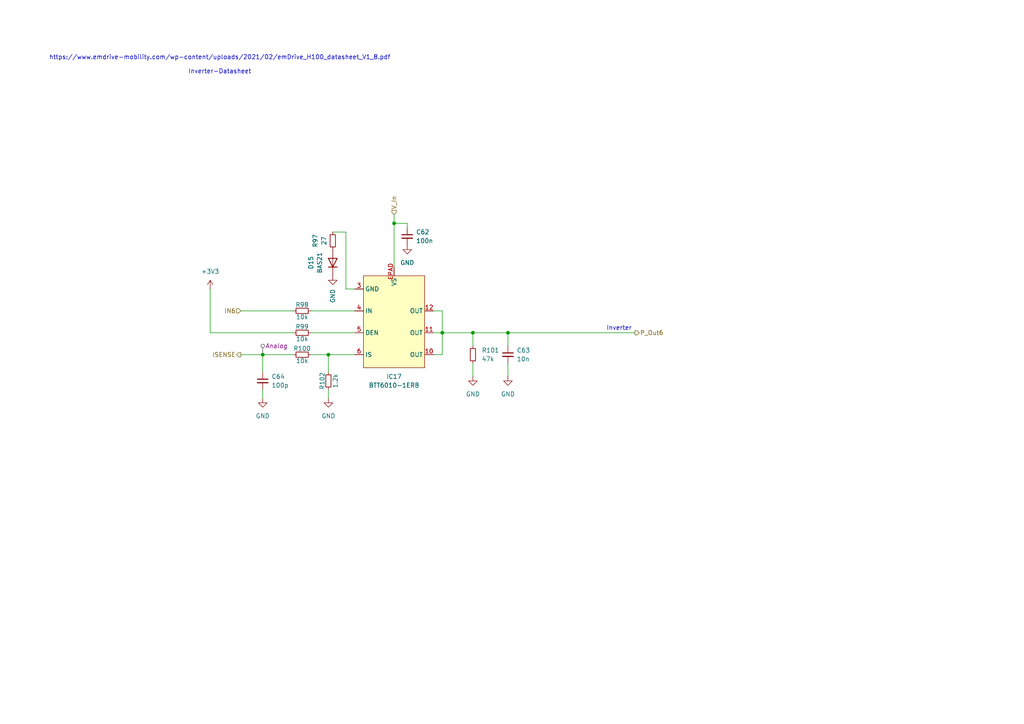
<source format=kicad_sch>
(kicad_sch (version 20231120) (generator "eeschema") (generator_version "8.0")
  (paper "A4")
  (title_block (title "PDU FT25") (date "2024-11-18") (rev "V1.0") (company "Janek Herm") (comment 1 "FaSTTUBe Electronics"))
  (lib_symbols
    (symbol "Device:C_Small" (pin_numbers hide) (pin_names (offset 0.254) hide)
      (property "Reference" "C" (at 0.254 1.778 0))
      (property "Value" "C_Small" (at 0.254 -2.032 0))
      (symbol "C_Small_0_1"
        (polyline (pts (xy -1.524 -0.508) (xy 1.524 -0.508)) (stroke (width 0.3302)))
        (polyline (pts (xy -1.524 0.508) (xy 1.524 0.508)) (stroke (width 0.3048)))
      )
      (symbol "C_Small_1_1"
        (pin passive line (at 0 2.54 270) (length 2.032) (name "~") (number "1"))
        (pin passive line (at 0 -2.54 90) (length 2.032) (name "~") (number "2"))
      )
    )
    (symbol "Device:R_Small" (pin_numbers hide) (pin_names (offset 0.254) hide)
      (property "Reference" "R" (at 0.762 0.508 0))
      (property "Value" "R_Small" (at 0.762 -1.016 0))
      (symbol "R_Small_0_1"
        (rectangle (start -0.762 1.778) (end 0.762 -1.778) (stroke (width 0.2032)))
      )
      (symbol "R_Small_1_1"
        (pin passive line (at 0 2.54 270) (length 0.762) (name "~") (number "1"))
        (pin passive line (at 0 -2.54 90) (length 0.762) (name "~") (number "2"))
      )
    )
    (symbol "Diode:BAS21" (pin_numbers hide) (pin_names hide)
      (property "Reference" "D" (at 0 2.54 0))
      (property "Value" "BAS21" (at 0 -2.54 0))
      (symbol "BAS21_0_1"
        (polyline (pts (xy -1.27 1.27) (xy -1.27 -1.27)) (stroke (width 0.254)))
        (polyline (pts (xy 1.27 0) (xy -1.27 0)))
        (polyline (pts (xy 1.27 1.27) (xy 1.27 -1.27) (xy -1.27 0) (xy 1.27 1.27)) (stroke (width 0.254)))
      )
      (symbol "BAS21_1_1"
        (pin passive line (at 3.81 0 180) (length 2.54) (name "A") (number "1"))
        (pin no_connect line (at -1.27 0 0) (length 2.54) hide (name "NC") (number "2"))
        (pin passive line (at -3.81 0 0) (length 2.54) (name "K") (number "3"))
      )
    )
    (symbol "FaSTTUBe_Power-Switches:BTT6010-1ERB"
      (property "Reference" "IC" (at 0.254 -28.956 0))
      (property "Value" "BTT6010-1ERB" (at 0.508 -30.734 0))
      (symbol "BTT6010-1ERB_1_1"
        (rectangle (start -8.89 -1.27) (end 8.89 -27.94) (fill (type background)))
        (pin passive line (at 11.43 -24.13 180) (length 2.54) (name "OUT") (number "10"))
        (pin passive line (at 11.43 -17.78 180) (length 2.54) (name "OUT") (number "11"))
        (pin power_out line (at 11.43 -11.43 180) (length 2.54) (name "OUT") (number "12"))
        (pin output line (at -11.43 -5.08 0) (length 2.54) (name "GND") (number "3"))
        (pin input line (at -11.43 -11.43 0) (length 2.54) (name "IN") (number "4"))
        (pin input line (at -11.43 -17.78 0) (length 2.54) (name "DEN") (number "5"))
        (pin output line (at -11.43 -24.13 0) (length 2.54) (name "IS") (number "6"))
        (pin input line (at 0 1.27 270) (length 2.54) (name "VS") (number "EPAD"))
      )
    )
    (symbol "power:+3.3V" (power) (pin_numbers hide) (pin_names (offset 0) hide)
      (property "Value" "+3.3V" (at 0 3.556 0))
      (symbol "+3.3V_0_1"
        (polyline (pts (xy -0.762 1.27) (xy 0 2.54)))
        (polyline (pts (xy 0 0) (xy 0 2.54)))
        (polyline (pts (xy 0 2.54) (xy 0.762 1.27)))
      )
      (symbol "+3.3V_1_1"
        (pin power_in line (at 0 0 90) (length 0) (name "~") (number "1"))
      )
    )
    (symbol "power:GND" (power) (pin_numbers hide) (pin_names (offset 0) hide)
      (property "Value" "GND" (at 0 -3.81 0))
      (symbol "GND_0_1"
        (polyline (pts (xy 0 0) (xy 0 -1.27) (xy 1.27 -1.27) (xy 0 -2.54) (xy -1.27 -1.27) (xy 0 -1.27)))
      )
      (symbol "GND_1_1"
        (pin power_in line (at 0 0 270) (length 0) (name "~") (number "1"))
      )
    )
  )
  (junction (at 147.32 96.52))
  (junction (at 76.2 102.87))
  (junction (at 137.16 96.52))
  (junction (at 128.27 96.52))
  (junction (at 95.25 102.87))
  (junction (at 114.3 64.77))
  (wire (pts (xy 90.17 96.52) (xy 102.87 96.52)))
  (wire (pts (xy 76.2 102.87) (xy 76.2 107.95)))
  (wire (pts (xy 128.27 96.52) (xy 137.16 96.52)))
  (wire (pts (xy 95.25 102.87) (xy 95.25 107.95)))
  (wire (pts (xy 60.96 96.52) (xy 85.09 96.52)))
  (wire (pts (xy 90.17 90.17) (xy 102.87 90.17)))
  (wire (pts (xy 90.17 102.87) (xy 95.25 102.87)))
  (wire (pts (xy 147.32 105.41) (xy 147.32 109.22)))
  (wire (pts (xy 137.16 105.41) (xy 137.16 109.22)))
  (wire (pts (xy 95.25 113.03) (xy 95.25 115.57)))
  (wire (pts (xy 100.33 67.31) (xy 96.52 67.31)))
  (wire (pts (xy 69.85 90.17) (xy 85.09 90.17)))
  (wire (pts (xy 114.3 64.77) (xy 114.3 77.47)))
  (wire (pts (xy 114.3 62.23) (xy 114.3 64.77)))
  (wire (pts (xy 125.73 102.87) (xy 128.27 102.87)))
  (wire (pts (xy 137.16 96.52) (xy 137.16 100.33)))
  (wire (pts (xy 76.2 113.03) (xy 76.2 115.57)))
  (wire (pts (xy 137.16 96.52) (xy 147.32 96.52)))
  (wire (pts (xy 128.27 102.87) (xy 128.27 96.52)))
  (wire (pts (xy 125.73 90.17) (xy 128.27 90.17)))
  (wire (pts (xy 128.27 90.17) (xy 128.27 96.52)))
  (wire (pts (xy 60.96 96.52) (xy 60.96 83.82)))
  (wire (pts (xy 100.33 83.82) (xy 102.87 83.82)))
  (wire (pts (xy 69.85 102.87) (xy 76.2 102.87)))
  (wire (pts (xy 118.11 64.77) (xy 118.11 66.04)))
  (wire (pts (xy 76.2 102.87) (xy 85.09 102.87)))
  (wire (pts (xy 125.73 96.52) (xy 128.27 96.52)))
  (wire (pts (xy 118.11 64.77) (xy 114.3 64.77)))
  (wire (pts (xy 100.33 67.31) (xy 100.33 83.82)))
  (wire (pts (xy 147.32 96.52) (xy 184.15 96.52)))
  (wire (pts (xy 147.32 96.52) (xy 147.32 100.33)))
  (wire (pts (xy 95.25 102.87) (xy 102.87 102.87)))
  (text "https://www.emdrive-mobility.com/wp-content/uploads/2021/02/emDrive_H100_datasheet_V1_8.pdf\n\nInverter-Datasheet" (at 63.754 18.796 0) (effects (font (size 1.27 1.27))))
  (text "Inverter" (at 179.578 95.25 0) (effects (font (size 1.27 1.27))))
  (hierarchical_label "ISENSE" (shape output) (at 69.85 102.87 180))
  (hierarchical_label "V_In" (shape input) (at 114.3 62.23 90))
  (hierarchical_label "IN6" (shape input) (at 69.85 90.17 180))
  (hierarchical_label "P_Out6" (shape output) (at 184.15 96.52 0))
  (netclass_flag "" (length 2.54) (shape round) (at 76.2 102.87 0) (property "Netclass" "Analog" (at 76.8985 100.33 0) (effects (font (italic yes)) (justify left))))
  (symbol (lib_id "power:GND") (at 76.2 115.57 0) (unit 1)
    (property "Reference" "#PWR0137" (effects (hide yes)))
    (property "Value" "GND" (at 76.2 120.65 0))
    (property "Description" "Power symbol creates a global label with name \"GND\" , ground" (effects (hide yes)))
  )
  (symbol (lib_id "Device:C_Small") (at 118.11 68.58 0) (unit 1)
    (property "Reference" "C62" (at 120.65 67.3162 0) (effects (justify left)))
    (property "Value" "100n" (at 120.65 69.8562 0) (effects (justify left)))
    (property "Footprint" "Capacitor_SMD:C_0603_1608Metric_Pad1.08x0.95mm_HandSolder" (effects (hide yes)))
    (property "Description" "Unpolarized capacitor, small symbol" (effects (hide yes)))
  )
  (symbol (lib_id "Device:R_Small") (at 95.25 110.49 0) (unit 1)
    (property "Reference" "R102" (at 93.472 110.49 90))
    (property "Value" "1.2k" (at 97.282 110.49 90))
    (property "Footprint" "Resistor_SMD:R_0603_1608Metric_Pad0.98x0.95mm_HandSolder" (effects (hide yes)))
    (property "Description" "Resistor, small symbol" (effects (hide yes)))
  )
  (symbol (lib_id "Device:R_Small") (at 96.52 69.85 180) (unit 1)
    (property "Reference" "R97" (at 91.44 69.85 90))
    (property "Value" "27" (at 93.98 69.85 90))
    (property "Footprint" "Resistor_SMD:R_0603_1608Metric_Pad0.98x0.95mm_HandSolder" (effects (hide yes)))
    (property "Description" "Resistor, small symbol" (effects (hide yes)))
  )
  (symbol (lib_id "Device:R_Small") (at 87.63 96.52 270) (unit 1)
    (property "Reference" "R99" (at 87.63 94.742 90))
    (property "Value" "10k" (at 87.63 98.298 90))
    (property "Footprint" "Resistor_SMD:R_0603_1608Metric_Pad0.98x0.95mm_HandSolder" (effects (hide yes)))
    (property "Description" "Resistor, small symbol" (effects (hide yes)))
  )
  (symbol (lib_id "power:GND") (at 95.25 115.57 0) (unit 1)
    (property "Reference" "#PWR0138" (effects (hide yes)))
    (property "Value" "GND" (at 95.25 120.65 0))
    (property "Description" "Power symbol creates a global label with name \"GND\" , ground" (effects (hide yes)))
  )
  (symbol (lib_id "power:GND") (at 118.11 71.12 0) (unit 1)
    (property "Reference" "#PWR0132" (effects (hide yes)))
    (property "Value" "GND" (at 118.11 76.2 0))
    (property "Description" "Power symbol creates a global label with name \"GND\" , ground" (effects (hide yes)))
  )
  (symbol (lib_id "power:+3.3V") (at 60.96 83.82 0) (unit 1)
    (property "Reference" "#PWR0134" (effects (hide yes)))
    (property "Value" "+3V3" (at 60.96 78.74 0))
    (property "Description" "Power symbol creates a global label with name \"+3.3V\"" (effects (hide yes)))
  )
  (symbol (lib_id "Device:C_Small") (at 147.32 102.87 0) (unit 1)
    (property "Reference" "C63" (at 149.86 101.6062 0) (effects (justify left)))
    (property "Value" "10n" (at 149.86 104.1462 0) (effects (justify left)))
    (property "Footprint" "Capacitor_SMD:C_0603_1608Metric_Pad1.08x0.95mm_HandSolder" (effects (hide yes)))
    (property "Description" "Unpolarized capacitor, small symbol" (effects (hide yes)))
  )
  (symbol (lib_id "Device:R_Small") (at 87.63 102.87 270) (unit 1)
    (property "Reference" "R100" (at 87.63 101.092 90))
    (property "Value" "10k" (at 87.63 104.648 90))
    (property "Footprint" "Resistor_SMD:R_0603_1608Metric_Pad0.98x0.95mm_HandSolder" (effects (hide yes)))
    (property "Description" "Resistor, small symbol" (effects (hide yes)))
  )
  (symbol (lib_id "power:GND") (at 137.16 109.22 0) (unit 1)
    (property "Reference" "#PWR0135" (effects (hide yes)))
    (property "Value" "GND" (at 137.16 114.3 0))
    (property "Description" "Power symbol creates a global label with name \"GND\" , ground" (effects (hide yes)))
  )
  (symbol (lib_id "power:GND") (at 147.32 109.22 0) (unit 1)
    (property "Reference" "#PWR0136" (effects (hide yes)))
    (property "Value" "GND" (at 147.32 114.3 0))
    (property "Description" "Power symbol creates a global label with name \"GND\" , ground" (effects (hide yes)))
  )
  (symbol (lib_id "Device:C_Small") (at 76.2 110.49 0) (unit 1)
    (property "Reference" "C64" (at 78.74 109.2262 0) (effects (justify left)))
    (property "Value" "100p" (at 78.74 111.7662 0) (effects (justify left)))
    (property "Footprint" "Capacitor_SMD:C_0603_1608Metric_Pad1.08x0.95mm_HandSolder" (effects (hide yes)))
    (property "Description" "Unpolarized capacitor, small symbol" (effects (hide yes)))
  )
  (symbol (lib_id "Diode:BAS21") (at 96.52 76.2 90) (unit 1)
    (property "Reference" "D15" (at 90.17 76.2 0))
    (property "Value" "BAS21" (at 92.71 76.2 0))
    (property "Footprint" "Package_TO_SOT_SMD:SOT-23" (effects (hide yes)))
    (property "Datasheet" "https://www.diodes.com/assets/Datasheets/Ds12004.pdf" (effects (hide yes)))
    (property "Description" "250V, 0.4A, High-speed Switching Diode, SOT-23" (effects (hide yes)))
  )
  (symbol (lib_id "power:GND") (at 96.52 80.01 0) (unit 1)
    (property "Reference" "#PWR0133" (effects (hide yes)))
    (property "Value" "GND" (at 96.5199 83.82 90) (effects (justify right)))
    (property "Description" "Power symbol creates a global label with name \"GND\" , ground" (effects (hide yes)))
  )
  (symbol (lib_id "FaSTTUBe_Power-Switches:BTT6010-1ERB") (at 114.3 78.74 0) (unit 1)
    (property "Reference" "IC17" (at 114.3 109.22 0))
    (property "Value" "BTT6010-1ERB" (at 114.3 111.76 0))
    (property "Footprint" "BTT6010-1ERB:SOIC14_BTT6010-1ERB_INF" (effects (hide yes)))
    (property "Datasheet" "https://www.infineon.com/dgdl/Infineon-BTT6010-1ERB-DS-v01_00-EN.pdf?fileId=5546d46269e1c019016a21e80b080d7a" (effects (hide yes)))
  )
  (symbol (lib_id "Device:R_Small") (at 87.63 90.17 270) (unit 1)
    (property "Reference" "R98" (at 87.63 88.392 90))
    (property "Value" "10k" (at 87.63 91.948 90))
    (property "Footprint" "Resistor_SMD:R_0603_1608Metric_Pad0.98x0.95mm_HandSolder" (effects (hide yes)))
    (property "Description" "Resistor, small symbol" (effects (hide yes)))
  )
  (symbol (lib_id "Device:R_Small") (at 137.16 102.87 0) (unit 1)
    (property "Reference" "R101" (at 139.7 101.5999 0) (effects (justify left)))
    (property "Value" "47k" (at 139.7 104.1399 0) (effects (justify left)))
    (property "Footprint" "Resistor_SMD:R_0603_1608Metric_Pad0.98x0.95mm_HandSolder" (effects (hide yes)))
    (property "Description" "Resistor, small symbol" (effects (hide yes)))
  )
)
</source>
